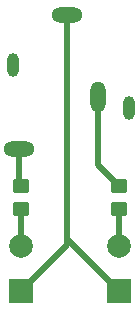
<source format=gbr>
%TF.GenerationSoftware,KiCad,Pcbnew,6.0.2+dfsg-1*%
%TF.CreationDate,2023-07-31T08:36:05-05:00*%
%TF.ProjectId,DrumPCB,4472756d-5043-4422-9e6b-696361645f70,rev?*%
%TF.SameCoordinates,Original*%
%TF.FileFunction,Copper,L1,Top*%
%TF.FilePolarity,Positive*%
%FSLAX46Y46*%
G04 Gerber Fmt 4.6, Leading zero omitted, Abs format (unit mm)*
G04 Created by KiCad (PCBNEW 6.0.2+dfsg-1) date 2023-07-31 08:36:05*
%MOMM*%
%LPD*%
G01*
G04 APERTURE LIST*
G04 Aperture macros list*
%AMRoundRect*
0 Rectangle with rounded corners*
0 $1 Rounding radius*
0 $2 $3 $4 $5 $6 $7 $8 $9 X,Y pos of 4 corners*
0 Add a 4 corners polygon primitive as box body*
4,1,4,$2,$3,$4,$5,$6,$7,$8,$9,$2,$3,0*
0 Add four circle primitives for the rounded corners*
1,1,$1+$1,$2,$3*
1,1,$1+$1,$4,$5*
1,1,$1+$1,$6,$7*
1,1,$1+$1,$8,$9*
0 Add four rect primitives between the rounded corners*
20,1,$1+$1,$2,$3,$4,$5,0*
20,1,$1+$1,$4,$5,$6,$7,0*
20,1,$1+$1,$6,$7,$8,$9,0*
20,1,$1+$1,$8,$9,$2,$3,0*%
G04 Aperture macros list end*
%TA.AperFunction,SMDPad,CuDef*%
%ADD10RoundRect,0.250000X-0.450000X0.350000X-0.450000X-0.350000X0.450000X-0.350000X0.450000X0.350000X0*%
%TD*%
%TA.AperFunction,ComponentPad*%
%ADD11O,2.616000X1.308000*%
%TD*%
%TA.AperFunction,ComponentPad*%
%ADD12O,1.008000X2.016000*%
%TD*%
%TA.AperFunction,ComponentPad*%
%ADD13O,1.308000X2.616000*%
%TD*%
%TA.AperFunction,SMDPad,CuDef*%
%ADD14C,2.000000*%
%TD*%
%TA.AperFunction,SMDPad,CuDef*%
%ADD15R,2.000000X2.000000*%
%TD*%
%TA.AperFunction,Conductor*%
%ADD16C,0.500000*%
%TD*%
G04 APERTURE END LIST*
D10*
%TO.P,R2,1*%
%TO.N,Net-(R2-Pad1)*%
X137795000Y-98425000D03*
%TO.P,R2,2*%
%TO.N,Net-(R2-Pad2)*%
X137795000Y-100425000D03*
%TD*%
D11*
%TO.P,J2,1*%
%TO.N,Earth*%
X133437500Y-83980000D03*
D12*
%TO.P,J2,2*%
%TO.N,Net-(R2-Pad1)*%
X138637500Y-91880000D03*
D13*
%TO.P,J2,3*%
X136037500Y-90880000D03*
D11*
%TO.P,J2,4*%
%TO.N,Net-(R1-Pad1)*%
X129337500Y-95280000D03*
D12*
%TO.P,J2,5*%
X128837500Y-88180000D03*
%TD*%
D14*
%TO.P,CTR,1,1*%
%TO.N,Net-(R1-Pad2)*%
X129540000Y-103505000D03*
%TD*%
%TO.P,RIM,1,1*%
%TO.N,Net-(R2-Pad2)*%
X137795000Y-103505000D03*
%TD*%
D15*
%TO.P,GND,1,1*%
%TO.N,Earth*%
X129540000Y-107315000D03*
%TD*%
D10*
%TO.P,R1,1*%
%TO.N,Net-(R1-Pad1)*%
X129540000Y-98425000D03*
%TO.P,R1,2*%
%TO.N,Net-(R1-Pad2)*%
X129540000Y-100425000D03*
%TD*%
D15*
%TO.P,GND,1,1*%
%TO.N,Earth*%
X137795000Y-107315000D03*
%TD*%
D16*
%TO.N,Earth*%
X137795000Y-107315000D02*
X133437500Y-102957500D01*
X133437500Y-103417500D02*
X129540000Y-107315000D01*
X133437500Y-83980000D02*
X133437500Y-102957500D01*
X133437500Y-102957500D02*
X133437500Y-103417500D01*
%TO.N,Net-(R2-Pad1)*%
X136037500Y-90880000D02*
X136037500Y-96667500D01*
X136037500Y-96667500D02*
X137795000Y-98425000D01*
%TO.N,Net-(R1-Pad1)*%
X129337500Y-95280000D02*
X129337500Y-98222500D01*
X129337500Y-98222500D02*
X129540000Y-98425000D01*
%TO.N,Net-(R1-Pad2)*%
X129540000Y-100425000D02*
X129540000Y-103505000D01*
%TO.N,Net-(R2-Pad2)*%
X137795000Y-100425000D02*
X137795000Y-103505000D01*
%TD*%
M02*

</source>
